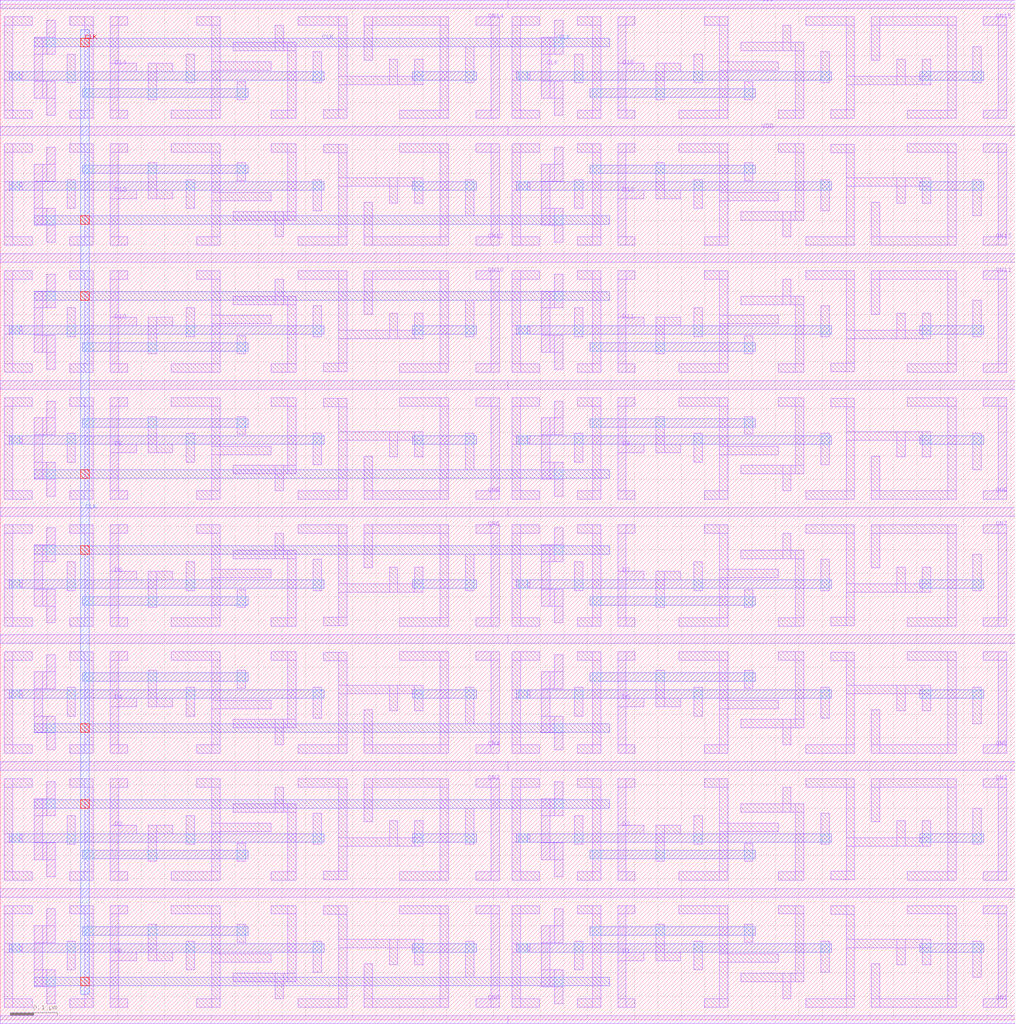
<source format=lef>
VERSION 5.8 ;
BUSBITCHARS "[]" ;
DIVIDERCHAR "/" ;
SITE asap7sc7p5t_R8
  CLASS CORE ;
  SIZE 0.054 BY 2.16 ;
  SYMMETRY Y ;
END asap7sc7p5t_R8

MACRO DFFHQNV8H2Xx1_ASAP7_75t_SL
  CLASS CORE ;
  ORIGIN 0.0 0.0 ;
  FOREIGN DFFHQNV8H2Xx1_ASAP7_75t_SL 0.0 0.0 ;
  SIZE 2.16 BY 2.16 ;
  SYMMETRY X Y ;
  SITE asap7sc7p5t_R8 ;
    PIN VDD
      USE POWER ;
      DIRECTION INOUT ;
      SHAPE ABUTMENT ;
      PORT
        LAYER M1 ;
          RECT 0.0 0.261 1.08 0.279 ;
          RECT 1.08 0.261 2.16 0.279 ;
          RECT 0.0 0.801 1.08 0.819 ;
          RECT 1.08 0.801 2.16 0.819 ;
          RECT 0.0 1.341 1.08 1.359 ;
          RECT 1.08 1.341 2.16 1.359 ;
          RECT 0.0 1.881 1.08 1.899 ;
          RECT 1.08 1.881 2.16 1.899 ;
      END
    END VDD
    PIN VSS
      USE GROUND ;
      DIRECTION INOUT ;
      SHAPE ABUTMENT ;
      PORT
        LAYER M1 ;
          RECT 0.0 -0.009 1.08 0.009 ;
          RECT 1.08 -0.009 2.16 0.009 ;
          RECT 0.0 0.549 1.08 0.531 ;
          RECT 1.08 0.549 2.16 0.531 ;
          RECT 0.0 1.089 1.08 1.071 ;
          RECT 1.08 1.089 2.16 1.071 ;
          RECT 0.0 1.629 1.08 1.611 ;
          RECT 1.08 1.629 2.16 1.611 ;
          RECT 0.0 2.169 1.08 2.151 ;
          RECT 1.08 2.169 2.16 2.151 ;
      END
    END VSS
    PIN CLK
      USE CLOCK ;
      DIRECTION INPUT ;
      PORT
        LAYER M1 ;
          RECT 0.099 0.164 0.117 0.236 ;
          RECT 0.072 0.07 0.117 0.106 ;
          RECT 0.099 0.034 0.117 0.106 ;
          RECT 0.072 0.164 0.117 0.2 ;
          RECT 0.072 0.07 0.09 0.2 ;
          RECT 1.179 0.164 1.197 0.236 ;
          RECT 1.152 0.07 1.197 0.106 ;
          RECT 1.179 0.034 1.197 0.106 ;
          RECT 1.152 0.164 1.197 0.2 ;
          RECT 1.152 0.07 1.17 0.2 ;
          RECT 0.099 0.376 0.117 0.304 ;
          RECT 0.072 0.47 0.117 0.434 ;
          RECT 0.099 0.506 0.117 0.434 ;
          RECT 0.072 0.376 0.117 0.34 ;
          RECT 0.072 0.47 0.09 0.34 ;
          RECT 1.179 0.376 1.197 0.304 ;
          RECT 1.152 0.47 1.197 0.434 ;
          RECT 1.179 0.506 1.197 0.434 ;
          RECT 1.152 0.376 1.197 0.34 ;
          RECT 1.152 0.47 1.17 0.34 ;
          RECT 0.099 0.704 0.117 0.776 ;
          RECT 0.072 0.61 0.117 0.646 ;
          RECT 0.099 0.574 0.117 0.646 ;
          RECT 0.072 0.704 0.117 0.74 ;
          RECT 0.072 0.61 0.09 0.74 ;
          RECT 1.179 0.704 1.197 0.776 ;
          RECT 1.152 0.61 1.197 0.646 ;
          RECT 1.179 0.574 1.197 0.646 ;
          RECT 1.152 0.704 1.197 0.74 ;
          RECT 1.152 0.61 1.17 0.74 ;
          RECT 0.099 0.916 0.117 0.844 ;
          RECT 0.072 1.01 0.117 0.974 ;
          RECT 0.099 1.046 0.117 0.974 ;
          RECT 0.072 0.916 0.117 0.88 ;
          RECT 0.072 1.01 0.09 0.88 ;
          RECT 1.179 0.916 1.197 0.844 ;
          RECT 1.152 1.01 1.197 0.974 ;
          RECT 1.179 1.046 1.197 0.974 ;
          RECT 1.152 0.916 1.197 0.88 ;
          RECT 1.152 1.01 1.17 0.88 ;
          RECT 0.099 1.244 0.117 1.316 ;
          RECT 0.072 1.15 0.117 1.186 ;
          RECT 0.099 1.114 0.117 1.186 ;
          RECT 0.072 1.244 0.117 1.28 ;
          RECT 0.072 1.15 0.09 1.28 ;
          RECT 1.179 1.244 1.197 1.316 ;
          RECT 1.152 1.15 1.197 1.186 ;
          RECT 1.179 1.114 1.197 1.186 ;
          RECT 1.152 1.244 1.197 1.28 ;
          RECT 1.152 1.15 1.17 1.28 ;
          RECT 0.099 1.456 0.117 1.384 ;
          RECT 0.072 1.55 0.117 1.514 ;
          RECT 0.099 1.586 0.117 1.514 ;
          RECT 0.072 1.456 0.117 1.42 ;
          RECT 0.072 1.55 0.09 1.42 ;
          RECT 1.179 1.456 1.197 1.384 ;
          RECT 1.152 1.55 1.197 1.514 ;
          RECT 1.179 1.586 1.197 1.514 ;
          RECT 1.152 1.456 1.197 1.42 ;
          RECT 1.152 1.55 1.17 1.42 ;
          RECT 0.099 1.784 0.117 1.856 ;
          RECT 0.072 1.69 0.117 1.726 ;
          RECT 0.099 1.654 0.117 1.726 ;
          RECT 0.072 1.784 0.117 1.82 ;
          RECT 0.072 1.69 0.09 1.82 ;
          RECT 1.179 1.784 1.197 1.856 ;
          RECT 1.152 1.69 1.197 1.726 ;
          RECT 1.179 1.654 1.197 1.726 ;
          RECT 1.152 1.784 1.197 1.82 ;
          RECT 1.152 1.69 1.17 1.82 ;
          RECT 0.099 1.996 0.117 1.924 ;
          RECT 0.072 2.09 0.117 2.054 ;
          RECT 0.099 2.126 0.117 2.054 ;
          RECT 0.072 1.996 0.117 1.96 ;
          RECT 0.072 2.09 0.09 1.96 ;
          RECT 1.179 1.996 1.197 1.924 ;
          RECT 1.152 2.09 1.197 2.054 ;
          RECT 1.179 2.126 1.197 2.054 ;
          RECT 1.152 1.996 1.197 1.96 ;
          RECT 1.152 2.09 1.17 1.96 ;
        LAYER M2 ;
          RECT 0.072 0.072 1.296 0.09 ;
          RECT 0.072 0.45 1.296 0.468 ;
          RECT 0.072 0.612 1.296 0.63 ;
          RECT 0.072 0.99 1.296 1.008 ;
          RECT 0.072 1.152 1.296 1.17 ;
          RECT 0.072 1.53 1.296 1.548 ;
          RECT 0.072 1.692 1.296 1.71 ;
          RECT 0.072 2.07 1.296 2.088 ;
        LAYER V1 ;
          RECT 0.099 0.072 0.117 0.09 ;
          RECT 1.179 0.072 1.197 0.09 ;
          RECT 0.099 0.45 0.117 0.468 ;
          RECT 1.179 0.45 1.197 0.468 ;
          RECT 0.099 0.612 0.117 0.63 ;
          RECT 1.179 0.612 1.197 0.63 ;
          RECT 0.099 0.99 0.117 1.008 ;
          RECT 1.179 0.99 1.197 1.008 ;
          RECT 0.099 1.152 0.117 1.17 ;
          RECT 1.179 1.152 1.197 1.17 ;
          RECT 0.099 1.53 0.117 1.548 ;
          RECT 1.179 1.53 1.197 1.548 ;
          RECT 0.099 1.692 0.117 1.71 ;
          RECT 1.179 1.692 1.197 1.71 ;
          RECT 0.099 2.07 0.117 2.088 ;
          RECT 1.179 2.07 1.197 2.088 ;
        LAYER M3 ;
          RECT 0.171 0.054 0.189 2.106 ;
        LAYER V2 ;
          RECT 0.171 0.072 0.189 0.09 ;
          RECT 0.171 0.45 0.189 0.468 ;
          RECT 0.171 0.612 0.189 0.63 ;
          RECT 0.171 0.99 0.189 1.008 ;
          RECT 0.171 1.152 0.189 1.17 ;
          RECT 0.171 1.53 0.189 1.548 ;
          RECT 0.171 1.692 0.189 1.71 ;
          RECT 0.171 2.07 0.189 2.088 ;
      END
    END CLK
    PIN D0
      USE SIGNAL ;
      DIRECTION INPUT ;
      PORT
        LAYER M1 ;
          RECT 0.234 0.126 0.29 0.144 ;
          RECT 0.234 0.225 0.271 0.243 ;
          RECT 0.234 0.027 0.271 0.045 ;
          RECT 0.234 0.027 0.252 0.243 ;
      END
    END D0
    PIN QN0
      USE SIGNAL ;
      DIRECTION OUTPUT ;
      PORT
        LAYER M1 ;
          RECT 1.012 0.225 1.062 0.243 ;
          RECT 1.044 0.027 1.062 0.243 ;
          RECT 1.012 0.027 1.062 0.045 ;
      END
    END QN0
    PIN D1
      USE SIGNAL ;
      DIRECTION INPUT ;
      PORT
        LAYER M1 ;
          RECT 1.314 0.126 1.37 0.144 ;
          RECT 1.314 0.225 1.351 0.243 ;
          RECT 1.314 0.027 1.351 0.045 ;
          RECT 1.314 0.027 1.332 0.243 ;
      END
    END D1
    PIN QN1
      USE SIGNAL ;
      DIRECTION OUTPUT ;
      PORT
        LAYER M1 ;
          RECT 2.092 0.225 2.142 0.243 ;
          RECT 2.124 0.027 2.142 0.243 ;
          RECT 2.092 0.027 2.142 0.045 ;
      END
    END QN1
    PIN D2
      USE SIGNAL ;
      DIRECTION INPUT ;
      PORT
        LAYER M1 ;
          RECT 0.234 0.414 0.29 0.396 ;
          RECT 0.234 0.315 0.271 0.297 ;
          RECT 0.234 0.513 0.271 0.495 ;
          RECT 0.234 0.513 0.252 0.297 ;
      END
    END D2
    PIN QN2
      USE SIGNAL ;
      DIRECTION OUTPUT ;
      PORT
        LAYER M1 ;
          RECT 1.012 0.315 1.062 0.297 ;
          RECT 1.044 0.513 1.062 0.297 ;
          RECT 1.012 0.513 1.062 0.495 ;
      END
    END QN2
    PIN D3
      USE SIGNAL ;
      DIRECTION INPUT ;
      PORT
        LAYER M1 ;
          RECT 1.314 0.414 1.37 0.396 ;
          RECT 1.314 0.315 1.351 0.297 ;
          RECT 1.314 0.513 1.351 0.495 ;
          RECT 1.314 0.513 1.332 0.297 ;
      END
    END D3
    PIN QN3
      USE SIGNAL ;
      DIRECTION OUTPUT ;
      PORT
        LAYER M1 ;
          RECT 2.092 0.315 2.142 0.297 ;
          RECT 2.124 0.513 2.142 0.297 ;
          RECT 2.092 0.513 2.142 0.495 ;
      END
    END QN3
    PIN D4
      USE SIGNAL ;
      DIRECTION INPUT ;
      PORT
        LAYER M1 ;
          RECT 0.234 0.666 0.29 0.684 ;
          RECT 0.234 0.765 0.271 0.783 ;
          RECT 0.234 0.567 0.271 0.585 ;
          RECT 0.234 0.567 0.252 0.783 ;
      END
    END D4
    PIN QN4
      USE SIGNAL ;
      DIRECTION OUTPUT ;
      PORT
        LAYER M1 ;
          RECT 1.012 0.765 1.062 0.783 ;
          RECT 1.044 0.567 1.062 0.783 ;
          RECT 1.012 0.567 1.062 0.585 ;
      END
    END QN4
    PIN D5
      USE SIGNAL ;
      DIRECTION INPUT ;
      PORT
        LAYER M1 ;
          RECT 1.314 0.666 1.37 0.684 ;
          RECT 1.314 0.765 1.351 0.783 ;
          RECT 1.314 0.567 1.351 0.585 ;
          RECT 1.314 0.567 1.332 0.783 ;
      END
    END D5
    PIN QN5
      USE SIGNAL ;
      DIRECTION OUTPUT ;
      PORT
        LAYER M1 ;
          RECT 2.092 0.765 2.142 0.783 ;
          RECT 2.124 0.567 2.142 0.783 ;
          RECT 2.092 0.567 2.142 0.585 ;
      END
    END QN5
    PIN D6
      USE SIGNAL ;
      DIRECTION INPUT ;
      PORT
        LAYER M1 ;
          RECT 0.234 0.954 0.29 0.936 ;
          RECT 0.234 0.855 0.271 0.837 ;
          RECT 0.234 1.053 0.271 1.035 ;
          RECT 0.234 1.053 0.252 0.837 ;
      END
    END D6
    PIN QN6
      USE SIGNAL ;
      DIRECTION OUTPUT ;
      PORT
        LAYER M1 ;
          RECT 1.012 0.855 1.062 0.837 ;
          RECT 1.044 1.053 1.062 0.837 ;
          RECT 1.012 1.053 1.062 1.035 ;
      END
    END QN6
    PIN D7
      USE SIGNAL ;
      DIRECTION INPUT ;
      PORT
        LAYER M1 ;
          RECT 1.314 0.954 1.37 0.936 ;
          RECT 1.314 0.855 1.351 0.837 ;
          RECT 1.314 1.053 1.351 1.035 ;
          RECT 1.314 1.053 1.332 0.837 ;
      END
    END D7
    PIN QN7
      USE SIGNAL ;
      DIRECTION OUTPUT ;
      PORT
        LAYER M1 ;
          RECT 2.092 0.855 2.142 0.837 ;
          RECT 2.124 1.053 2.142 0.837 ;
          RECT 2.092 1.053 2.142 1.035 ;
      END
    END QN7
    PIN D8
      USE SIGNAL ;
      DIRECTION INPUT ;
      PORT
        LAYER M1 ;
          RECT 0.234 1.206 0.29 1.224 ;
          RECT 0.234 1.305 0.271 1.323 ;
          RECT 0.234 1.107 0.271 1.125 ;
          RECT 0.234 1.107 0.252 1.323 ;
      END
    END D8
    PIN QN8
      USE SIGNAL ;
      DIRECTION OUTPUT ;
      PORT
        LAYER M1 ;
          RECT 1.012 1.305 1.062 1.323 ;
          RECT 1.044 1.107 1.062 1.323 ;
          RECT 1.012 1.107 1.062 1.125 ;
      END
    END QN8
    PIN D9
      USE SIGNAL ;
      DIRECTION INPUT ;
      PORT
        LAYER M1 ;
          RECT 1.314 1.206 1.37 1.224 ;
          RECT 1.314 1.305 1.351 1.323 ;
          RECT 1.314 1.107 1.351 1.125 ;
          RECT 1.314 1.107 1.332 1.323 ;
      END
    END D9
    PIN QN9
      USE SIGNAL ;
      DIRECTION OUTPUT ;
      PORT
        LAYER M1 ;
          RECT 2.092 1.305 2.142 1.323 ;
          RECT 2.124 1.107 2.142 1.323 ;
          RECT 2.092 1.107 2.142 1.125 ;
      END
    END QN9
    PIN D10
      USE SIGNAL ;
      DIRECTION INPUT ;
      PORT
        LAYER M1 ;
          RECT 0.234 1.494 0.29 1.476 ;
          RECT 0.234 1.395 0.271 1.377 ;
          RECT 0.234 1.593 0.271 1.575 ;
          RECT 0.234 1.593 0.252 1.377 ;
      END
    END D10
    PIN QN10
      USE SIGNAL ;
      DIRECTION OUTPUT ;
      PORT
        LAYER M1 ;
          RECT 1.012 1.395 1.062 1.377 ;
          RECT 1.044 1.593 1.062 1.377 ;
          RECT 1.012 1.593 1.062 1.575 ;
      END
    END QN10
    PIN D11
      USE SIGNAL ;
      DIRECTION INPUT ;
      PORT
        LAYER M1 ;
          RECT 1.314 1.494 1.37 1.476 ;
          RECT 1.314 1.395 1.351 1.377 ;
          RECT 1.314 1.593 1.351 1.575 ;
          RECT 1.314 1.593 1.332 1.377 ;
      END
    END D11
    PIN QN11
      USE SIGNAL ;
      DIRECTION OUTPUT ;
      PORT
        LAYER M1 ;
          RECT 2.092 1.395 2.142 1.377 ;
          RECT 2.124 1.593 2.142 1.377 ;
          RECT 2.092 1.593 2.142 1.575 ;
      END
    END QN11
    PIN D12
      USE SIGNAL ;
      DIRECTION INPUT ;
      PORT
        LAYER M1 ;
          RECT 0.234 1.746 0.29 1.764 ;
          RECT 0.234 1.845 0.271 1.863 ;
          RECT 0.234 1.647 0.271 1.665 ;
          RECT 0.234 1.647 0.252 1.863 ;
      END
    END D12
    PIN QN12
      USE SIGNAL ;
      DIRECTION OUTPUT ;
      PORT
        LAYER M1 ;
          RECT 1.012 1.845 1.062 1.863 ;
          RECT 1.044 1.647 1.062 1.863 ;
          RECT 1.012 1.647 1.062 1.665 ;
      END
    END QN12
    PIN D13
      USE SIGNAL ;
      DIRECTION INPUT ;
      PORT
        LAYER M1 ;
          RECT 1.314 1.746 1.37 1.764 ;
          RECT 1.314 1.845 1.351 1.863 ;
          RECT 1.314 1.647 1.351 1.665 ;
          RECT 1.314 1.647 1.332 1.863 ;
      END
    END D13
    PIN QN13
      USE SIGNAL ;
      DIRECTION OUTPUT ;
      PORT
        LAYER M1 ;
          RECT 2.092 1.845 2.142 1.863 ;
          RECT 2.124 1.647 2.142 1.863 ;
          RECT 2.092 1.647 2.142 1.665 ;
      END
    END QN13
    PIN D14
      USE SIGNAL ;
      DIRECTION INPUT ;
      PORT
        LAYER M1 ;
          RECT 0.234 2.034 0.29 2.016 ;
          RECT 0.234 1.935 0.271 1.917 ;
          RECT 0.234 2.133 0.271 2.115 ;
          RECT 0.234 2.133 0.252 1.917 ;
      END
    END D14
    PIN QN14
      USE SIGNAL ;
      DIRECTION OUTPUT ;
      PORT
        LAYER M1 ;
          RECT 1.012 1.935 1.062 1.917 ;
          RECT 1.044 2.133 1.062 1.917 ;
          RECT 1.012 2.133 1.062 2.115 ;
      END
    END QN14
    PIN D15
      USE SIGNAL ;
      DIRECTION INPUT ;
      PORT
        LAYER M1 ;
          RECT 1.314 2.034 1.37 2.016 ;
          RECT 1.314 1.935 1.351 1.917 ;
          RECT 1.314 2.133 1.351 2.115 ;
          RECT 1.314 2.133 1.332 1.917 ;
      END
    END D15
    PIN QN15
      USE SIGNAL ;
      DIRECTION OUTPUT ;
      PORT
        LAYER M1 ;
          RECT 2.092 1.935 2.142 1.917 ;
          RECT 2.124 2.133 2.142 1.917 ;
          RECT 2.092 2.133 2.142 2.115 ;
      END
    END QN15
    OBS
      LAYER M1 ;
        RECT 0.85 0.225 0.954 0.243 ;
        RECT 0.936 0.027 0.954 0.243 ;
        RECT 0.774 0.027 0.792 0.119 ;
        RECT 0.774 0.027 0.954 0.045 ;
        RECT 0.688 0.224 0.738 0.242 ;
        RECT 0.72 0.027 0.738 0.242 ;
        RECT 0.72 0.153 0.9 0.171 ;
        RECT 0.882 0.117 0.9 0.171 ;
        RECT 0.828 0.117 0.846 0.171 ;
        RECT 0.634 0.027 0.738 0.045 ;
        RECT 0.576 0.225 0.63 0.243 ;
        RECT 0.612 0.081 0.63 0.243 ;
        RECT 0.496 0.081 0.63 0.099 ;
        RECT 0.585 0.045 0.603 0.099 ;
        RECT 0.364 0.225 0.468 0.243 ;
        RECT 0.45 0.027 0.468 0.243 ;
        RECT 0.45 0.122 0.576 0.14 ;
        RECT 0.418 0.027 0.468 0.045 ;
        RECT 0.315 0.126 0.333 0.203 ;
        RECT 0.315 0.126 0.367 0.144 ;
        RECT 0.148 0.225 0.198 0.243 ;
        RECT 0.18 0.027 0.198 0.243 ;
        RECT 0.148 0.027 0.198 0.045 ;
        RECT 0.009 0.225 0.068 0.243 ;
        RECT 0.009 0.027 0.027 0.243 ;
        RECT 0.009 0.144 0.047 0.162 ;
        RECT 0.009 0.027 0.068 0.045 ;
        RECT 0.99 0.09 1.008 0.167 ;
        RECT 0.666 0.101 0.684 0.167 ;
        RECT 0.504 0.165 0.522 0.203 ;
        RECT 0.396 0.106 0.414 0.167 ;
        RECT 0.142 0.106 0.16 0.167 ;
        RECT 1.93 0.225 2.034 0.243 ;
        RECT 2.016 0.027 2.034 0.243 ;
        RECT 1.854 0.027 1.872 0.119 ;
        RECT 1.854 0.027 2.034 0.045 ;
        RECT 1.768 0.224 1.818 0.242 ;
        RECT 1.8 0.027 1.818 0.242 ;
        RECT 1.8 0.153 1.98 0.171 ;
        RECT 1.962 0.117 1.98 0.171 ;
        RECT 1.908 0.117 1.926 0.171 ;
        RECT 1.714 0.027 1.818 0.045 ;
        RECT 1.656 0.225 1.71 0.243 ;
        RECT 1.692 0.081 1.71 0.243 ;
        RECT 1.576 0.081 1.71 0.099 ;
        RECT 1.665 0.045 1.683 0.099 ;
        RECT 1.444 0.225 1.548 0.243 ;
        RECT 1.53 0.027 1.548 0.243 ;
        RECT 1.53 0.122 1.656 0.14 ;
        RECT 1.498 0.027 1.548 0.045 ;
        RECT 1.395 0.126 1.413 0.203 ;
        RECT 1.395 0.126 1.447 0.144 ;
        RECT 1.228 0.225 1.278 0.243 ;
        RECT 1.26 0.027 1.278 0.243 ;
        RECT 1.228 0.027 1.278 0.045 ;
        RECT 1.089 0.225 1.148 0.243 ;
        RECT 1.089 0.027 1.107 0.243 ;
        RECT 1.089 0.144 1.127 0.162 ;
        RECT 1.089 0.027 1.148 0.045 ;
        RECT 2.07 0.09 2.088 0.167 ;
        RECT 1.746 0.101 1.764 0.167 ;
        RECT 1.584 0.165 1.602 0.203 ;
        RECT 1.476 0.106 1.494 0.167 ;
        RECT 1.222 0.106 1.24 0.167 ;
        RECT 0.85 0.315 0.954 0.297 ;
        RECT 0.936 0.513 0.954 0.297 ;
        RECT 0.774 0.513 0.792 0.421 ;
        RECT 0.774 0.513 0.954 0.495 ;
        RECT 0.688 0.316 0.738 0.298 ;
        RECT 0.72 0.513 0.738 0.298 ;
        RECT 0.72 0.387 0.9 0.369 ;
        RECT 0.882 0.423 0.9 0.369 ;
        RECT 0.828 0.423 0.846 0.369 ;
        RECT 0.634 0.513 0.738 0.495 ;
        RECT 0.576 0.315 0.63 0.297 ;
        RECT 0.612 0.459 0.63 0.297 ;
        RECT 0.496 0.459 0.63 0.441 ;
        RECT 0.585 0.495 0.603 0.441 ;
        RECT 0.364 0.315 0.468 0.297 ;
        RECT 0.45 0.513 0.468 0.297 ;
        RECT 0.45 0.418 0.576 0.4 ;
        RECT 0.418 0.513 0.468 0.495 ;
        RECT 0.315 0.414 0.333 0.337 ;
        RECT 0.315 0.414 0.367 0.396 ;
        RECT 0.148 0.315 0.198 0.297 ;
        RECT 0.18 0.513 0.198 0.297 ;
        RECT 0.148 0.513 0.198 0.495 ;
        RECT 0.009 0.315 0.068 0.297 ;
        RECT 0.009 0.513 0.027 0.297 ;
        RECT 0.009 0.396 0.047 0.378 ;
        RECT 0.009 0.513 0.068 0.495 ;
        RECT 0.99 0.45 1.008 0.373 ;
        RECT 0.666 0.439 0.684 0.373 ;
        RECT 0.504 0.375 0.522 0.337 ;
        RECT 0.396 0.434 0.414 0.373 ;
        RECT 0.142 0.434 0.16 0.373 ;
        RECT 1.93 0.315 2.034 0.297 ;
        RECT 2.016 0.513 2.034 0.297 ;
        RECT 1.854 0.513 1.872 0.421 ;
        RECT 1.854 0.513 2.034 0.495 ;
        RECT 1.768 0.316 1.818 0.298 ;
        RECT 1.8 0.513 1.818 0.298 ;
        RECT 1.8 0.387 1.98 0.369 ;
        RECT 1.962 0.423 1.98 0.369 ;
        RECT 1.908 0.423 1.926 0.369 ;
        RECT 1.714 0.513 1.818 0.495 ;
        RECT 1.656 0.315 1.71 0.297 ;
        RECT 1.692 0.459 1.71 0.297 ;
        RECT 1.576 0.459 1.71 0.441 ;
        RECT 1.665 0.495 1.683 0.441 ;
        RECT 1.444 0.315 1.548 0.297 ;
        RECT 1.53 0.513 1.548 0.297 ;
        RECT 1.53 0.418 1.656 0.4 ;
        RECT 1.498 0.513 1.548 0.495 ;
        RECT 1.395 0.414 1.413 0.337 ;
        RECT 1.395 0.414 1.447 0.396 ;
        RECT 1.228 0.315 1.278 0.297 ;
        RECT 1.26 0.513 1.278 0.297 ;
        RECT 1.228 0.513 1.278 0.495 ;
        RECT 1.089 0.315 1.148 0.297 ;
        RECT 1.089 0.513 1.107 0.297 ;
        RECT 1.089 0.396 1.127 0.378 ;
        RECT 1.089 0.513 1.148 0.495 ;
        RECT 2.07 0.45 2.088 0.373 ;
        RECT 1.746 0.439 1.764 0.373 ;
        RECT 1.584 0.375 1.602 0.337 ;
        RECT 1.476 0.434 1.494 0.373 ;
        RECT 1.222 0.434 1.24 0.373 ;
        RECT 0.85 0.765 0.954 0.783 ;
        RECT 0.936 0.567 0.954 0.783 ;
        RECT 0.774 0.567 0.792 0.659 ;
        RECT 0.774 0.567 0.954 0.585 ;
        RECT 0.688 0.764 0.738 0.782 ;
        RECT 0.72 0.567 0.738 0.782 ;
        RECT 0.72 0.693 0.9 0.711 ;
        RECT 0.882 0.657 0.9 0.711 ;
        RECT 0.828 0.657 0.846 0.711 ;
        RECT 0.634 0.567 0.738 0.585 ;
        RECT 0.576 0.765 0.63 0.783 ;
        RECT 0.612 0.621 0.63 0.783 ;
        RECT 0.496 0.621 0.63 0.639 ;
        RECT 0.585 0.585 0.603 0.639 ;
        RECT 0.364 0.765 0.468 0.783 ;
        RECT 0.45 0.567 0.468 0.783 ;
        RECT 0.45 0.662 0.576 0.68 ;
        RECT 0.418 0.567 0.468 0.585 ;
        RECT 0.315 0.666 0.333 0.743 ;
        RECT 0.315 0.666 0.367 0.684 ;
        RECT 0.148 0.765 0.198 0.783 ;
        RECT 0.18 0.567 0.198 0.783 ;
        RECT 0.148 0.567 0.198 0.585 ;
        RECT 0.009 0.765 0.068 0.783 ;
        RECT 0.009 0.567 0.027 0.783 ;
        RECT 0.009 0.684 0.047 0.702 ;
        RECT 0.009 0.567 0.068 0.585 ;
        RECT 0.99 0.63 1.008 0.707 ;
        RECT 0.666 0.641 0.684 0.707 ;
        RECT 0.504 0.705 0.522 0.743 ;
        RECT 0.396 0.646 0.414 0.707 ;
        RECT 0.142 0.646 0.16 0.707 ;
        RECT 1.93 0.765 2.034 0.783 ;
        RECT 2.016 0.567 2.034 0.783 ;
        RECT 1.854 0.567 1.872 0.659 ;
        RECT 1.854 0.567 2.034 0.585 ;
        RECT 1.768 0.764 1.818 0.782 ;
        RECT 1.8 0.567 1.818 0.782 ;
        RECT 1.8 0.693 1.98 0.711 ;
        RECT 1.962 0.657 1.98 0.711 ;
        RECT 1.908 0.657 1.926 0.711 ;
        RECT 1.714 0.567 1.818 0.585 ;
        RECT 1.656 0.765 1.71 0.783 ;
        RECT 1.692 0.621 1.71 0.783 ;
        RECT 1.576 0.621 1.71 0.639 ;
        RECT 1.665 0.585 1.683 0.639 ;
        RECT 1.444 0.765 1.548 0.783 ;
        RECT 1.53 0.567 1.548 0.783 ;
        RECT 1.53 0.662 1.656 0.68 ;
        RECT 1.498 0.567 1.548 0.585 ;
        RECT 1.395 0.666 1.413 0.743 ;
        RECT 1.395 0.666 1.447 0.684 ;
        RECT 1.228 0.765 1.278 0.783 ;
        RECT 1.26 0.567 1.278 0.783 ;
        RECT 1.228 0.567 1.278 0.585 ;
        RECT 1.089 0.765 1.148 0.783 ;
        RECT 1.089 0.567 1.107 0.783 ;
        RECT 1.089 0.684 1.127 0.702 ;
        RECT 1.089 0.567 1.148 0.585 ;
        RECT 2.07 0.63 2.088 0.707 ;
        RECT 1.746 0.641 1.764 0.707 ;
        RECT 1.584 0.705 1.602 0.743 ;
        RECT 1.476 0.646 1.494 0.707 ;
        RECT 1.222 0.646 1.24 0.707 ;
        RECT 0.85 0.855 0.954 0.837 ;
        RECT 0.936 1.053 0.954 0.837 ;
        RECT 0.774 1.053 0.792 0.961 ;
        RECT 0.774 1.053 0.954 1.035 ;
        RECT 0.688 0.856 0.738 0.838 ;
        RECT 0.72 1.053 0.738 0.838 ;
        RECT 0.72 0.927 0.9 0.909 ;
        RECT 0.882 0.963 0.9 0.909 ;
        RECT 0.828 0.963 0.846 0.909 ;
        RECT 0.634 1.053 0.738 1.035 ;
        RECT 0.576 0.855 0.63 0.837 ;
        RECT 0.612 0.999 0.63 0.837 ;
        RECT 0.496 0.999 0.63 0.981 ;
        RECT 0.585 1.035 0.603 0.981 ;
        RECT 0.364 0.855 0.468 0.837 ;
        RECT 0.45 1.053 0.468 0.837 ;
        RECT 0.45 0.958 0.576 0.94 ;
        RECT 0.418 1.053 0.468 1.035 ;
        RECT 0.315 0.954 0.333 0.877 ;
        RECT 0.315 0.954 0.367 0.936 ;
        RECT 0.148 0.855 0.198 0.837 ;
        RECT 0.18 1.053 0.198 0.837 ;
        RECT 0.148 1.053 0.198 1.035 ;
        RECT 0.009 0.855 0.068 0.837 ;
        RECT 0.009 1.053 0.027 0.837 ;
        RECT 0.009 0.936 0.047 0.918 ;
        RECT 0.009 1.053 0.068 1.035 ;
        RECT 0.99 0.99 1.008 0.913 ;
        RECT 0.666 0.979 0.684 0.913 ;
        RECT 0.504 0.915 0.522 0.877 ;
        RECT 0.396 0.974 0.414 0.913 ;
        RECT 0.142 0.974 0.16 0.913 ;
        RECT 1.93 0.855 2.034 0.837 ;
        RECT 2.016 1.053 2.034 0.837 ;
        RECT 1.854 1.053 1.872 0.961 ;
        RECT 1.854 1.053 2.034 1.035 ;
        RECT 1.768 0.856 1.818 0.838 ;
        RECT 1.8 1.053 1.818 0.838 ;
        RECT 1.8 0.927 1.98 0.909 ;
        RECT 1.962 0.963 1.98 0.909 ;
        RECT 1.908 0.963 1.926 0.909 ;
        RECT 1.714 1.053 1.818 1.035 ;
        RECT 1.656 0.855 1.71 0.837 ;
        RECT 1.692 0.999 1.71 0.837 ;
        RECT 1.576 0.999 1.71 0.981 ;
        RECT 1.665 1.035 1.683 0.981 ;
        RECT 1.444 0.855 1.548 0.837 ;
        RECT 1.53 1.053 1.548 0.837 ;
        RECT 1.53 0.958 1.656 0.94 ;
        RECT 1.498 1.053 1.548 1.035 ;
        RECT 1.395 0.954 1.413 0.877 ;
        RECT 1.395 0.954 1.447 0.936 ;
        RECT 1.228 0.855 1.278 0.837 ;
        RECT 1.26 1.053 1.278 0.837 ;
        RECT 1.228 1.053 1.278 1.035 ;
        RECT 1.089 0.855 1.148 0.837 ;
        RECT 1.089 1.053 1.107 0.837 ;
        RECT 1.089 0.936 1.127 0.918 ;
        RECT 1.089 1.053 1.148 1.035 ;
        RECT 2.07 0.99 2.088 0.913 ;
        RECT 1.746 0.979 1.764 0.913 ;
        RECT 1.584 0.915 1.602 0.877 ;
        RECT 1.476 0.974 1.494 0.913 ;
        RECT 1.222 0.974 1.24 0.913 ;
        RECT 0.85 1.305 0.954 1.323 ;
        RECT 0.936 1.107 0.954 1.323 ;
        RECT 0.774 1.107 0.792 1.199 ;
        RECT 0.774 1.107 0.954 1.125 ;
        RECT 0.688 1.304 0.738 1.322 ;
        RECT 0.72 1.107 0.738 1.322 ;
        RECT 0.72 1.233 0.9 1.251 ;
        RECT 0.882 1.197 0.9 1.251 ;
        RECT 0.828 1.197 0.846 1.251 ;
        RECT 0.634 1.107 0.738 1.125 ;
        RECT 0.576 1.305 0.63 1.323 ;
        RECT 0.612 1.161 0.63 1.323 ;
        RECT 0.496 1.161 0.63 1.179 ;
        RECT 0.585 1.125 0.603 1.179 ;
        RECT 0.364 1.305 0.468 1.323 ;
        RECT 0.45 1.107 0.468 1.323 ;
        RECT 0.45 1.202 0.576 1.22 ;
        RECT 0.418 1.107 0.468 1.125 ;
        RECT 0.315 1.206 0.333 1.283 ;
        RECT 0.315 1.206 0.367 1.224 ;
        RECT 0.148 1.305 0.198 1.323 ;
        RECT 0.18 1.107 0.198 1.323 ;
        RECT 0.148 1.107 0.198 1.125 ;
        RECT 0.009 1.305 0.068 1.323 ;
        RECT 0.009 1.107 0.027 1.323 ;
        RECT 0.009 1.224 0.047 1.242 ;
        RECT 0.009 1.107 0.068 1.125 ;
        RECT 0.99 1.17 1.008 1.247 ;
        RECT 0.666 1.181 0.684 1.247 ;
        RECT 0.504 1.245 0.522 1.283 ;
        RECT 0.396 1.186 0.414 1.247 ;
        RECT 0.142 1.186 0.16 1.247 ;
        RECT 1.93 1.305 2.034 1.323 ;
        RECT 2.016 1.107 2.034 1.323 ;
        RECT 1.854 1.107 1.872 1.199 ;
        RECT 1.854 1.107 2.034 1.125 ;
        RECT 1.768 1.304 1.818 1.322 ;
        RECT 1.8 1.107 1.818 1.322 ;
        RECT 1.8 1.233 1.98 1.251 ;
        RECT 1.962 1.197 1.98 1.251 ;
        RECT 1.908 1.197 1.926 1.251 ;
        RECT 1.714 1.107 1.818 1.125 ;
        RECT 1.656 1.305 1.71 1.323 ;
        RECT 1.692 1.161 1.71 1.323 ;
        RECT 1.576 1.161 1.71 1.179 ;
        RECT 1.665 1.125 1.683 1.179 ;
        RECT 1.444 1.305 1.548 1.323 ;
        RECT 1.53 1.107 1.548 1.323 ;
        RECT 1.53 1.202 1.656 1.22 ;
        RECT 1.498 1.107 1.548 1.125 ;
        RECT 1.395 1.206 1.413 1.283 ;
        RECT 1.395 1.206 1.447 1.224 ;
        RECT 1.228 1.305 1.278 1.323 ;
        RECT 1.26 1.107 1.278 1.323 ;
        RECT 1.228 1.107 1.278 1.125 ;
        RECT 1.089 1.305 1.148 1.323 ;
        RECT 1.089 1.107 1.107 1.323 ;
        RECT 1.089 1.224 1.127 1.242 ;
        RECT 1.089 1.107 1.148 1.125 ;
        RECT 2.07 1.17 2.088 1.247 ;
        RECT 1.746 1.181 1.764 1.247 ;
        RECT 1.584 1.245 1.602 1.283 ;
        RECT 1.476 1.186 1.494 1.247 ;
        RECT 1.222 1.186 1.24 1.247 ;
        RECT 0.85 1.395 0.954 1.377 ;
        RECT 0.936 1.593 0.954 1.377 ;
        RECT 0.774 1.593 0.792 1.501 ;
        RECT 0.774 1.593 0.954 1.575 ;
        RECT 0.688 1.396 0.738 1.378 ;
        RECT 0.72 1.593 0.738 1.378 ;
        RECT 0.72 1.467 0.9 1.449 ;
        RECT 0.882 1.503 0.9 1.449 ;
        RECT 0.828 1.503 0.846 1.449 ;
        RECT 0.634 1.593 0.738 1.575 ;
        RECT 0.576 1.395 0.63 1.377 ;
        RECT 0.612 1.539 0.63 1.377 ;
        RECT 0.496 1.539 0.63 1.521 ;
        RECT 0.585 1.575 0.603 1.521 ;
        RECT 0.364 1.395 0.468 1.377 ;
        RECT 0.45 1.593 0.468 1.377 ;
        RECT 0.45 1.498 0.576 1.48 ;
        RECT 0.418 1.593 0.468 1.575 ;
        RECT 0.315 1.494 0.333 1.417 ;
        RECT 0.315 1.494 0.367 1.476 ;
        RECT 0.148 1.395 0.198 1.377 ;
        RECT 0.18 1.593 0.198 1.377 ;
        RECT 0.148 1.593 0.198 1.575 ;
        RECT 0.009 1.395 0.068 1.377 ;
        RECT 0.009 1.593 0.027 1.377 ;
        RECT 0.009 1.476 0.047 1.458 ;
        RECT 0.009 1.593 0.068 1.575 ;
        RECT 0.99 1.53 1.008 1.453 ;
        RECT 0.666 1.519 0.684 1.453 ;
        RECT 0.504 1.455 0.522 1.417 ;
        RECT 0.396 1.514 0.414 1.453 ;
        RECT 0.142 1.514 0.16 1.453 ;
        RECT 1.93 1.395 2.034 1.377 ;
        RECT 2.016 1.593 2.034 1.377 ;
        RECT 1.854 1.593 1.872 1.501 ;
        RECT 1.854 1.593 2.034 1.575 ;
        RECT 1.768 1.396 1.818 1.378 ;
        RECT 1.8 1.593 1.818 1.378 ;
        RECT 1.8 1.467 1.98 1.449 ;
        RECT 1.962 1.503 1.98 1.449 ;
        RECT 1.908 1.503 1.926 1.449 ;
        RECT 1.714 1.593 1.818 1.575 ;
        RECT 1.656 1.395 1.71 1.377 ;
        RECT 1.692 1.539 1.71 1.377 ;
        RECT 1.576 1.539 1.71 1.521 ;
        RECT 1.665 1.575 1.683 1.521 ;
        RECT 1.444 1.395 1.548 1.377 ;
        RECT 1.53 1.593 1.548 1.377 ;
        RECT 1.53 1.498 1.656 1.48 ;
        RECT 1.498 1.593 1.548 1.575 ;
        RECT 1.395 1.494 1.413 1.417 ;
        RECT 1.395 1.494 1.447 1.476 ;
        RECT 1.228 1.395 1.278 1.377 ;
        RECT 1.26 1.593 1.278 1.377 ;
        RECT 1.228 1.593 1.278 1.575 ;
        RECT 1.089 1.395 1.148 1.377 ;
        RECT 1.089 1.593 1.107 1.377 ;
        RECT 1.089 1.476 1.127 1.458 ;
        RECT 1.089 1.593 1.148 1.575 ;
        RECT 2.07 1.53 2.088 1.453 ;
        RECT 1.746 1.519 1.764 1.453 ;
        RECT 1.584 1.455 1.602 1.417 ;
        RECT 1.476 1.514 1.494 1.453 ;
        RECT 1.222 1.514 1.24 1.453 ;
        RECT 0.85 1.845 0.954 1.863 ;
        RECT 0.936 1.647 0.954 1.863 ;
        RECT 0.774 1.647 0.792 1.739 ;
        RECT 0.774 1.647 0.954 1.665 ;
        RECT 0.688 1.844 0.738 1.862 ;
        RECT 0.72 1.647 0.738 1.862 ;
        RECT 0.72 1.773 0.9 1.791 ;
        RECT 0.882 1.737 0.9 1.791 ;
        RECT 0.828 1.737 0.846 1.791 ;
        RECT 0.634 1.647 0.738 1.665 ;
        RECT 0.576 1.845 0.63 1.863 ;
        RECT 0.612 1.701 0.63 1.863 ;
        RECT 0.496 1.701 0.63 1.719 ;
        RECT 0.585 1.665 0.603 1.719 ;
        RECT 0.364 1.845 0.468 1.863 ;
        RECT 0.45 1.647 0.468 1.863 ;
        RECT 0.45 1.742 0.576 1.76 ;
        RECT 0.418 1.647 0.468 1.665 ;
        RECT 0.315 1.746 0.333 1.823 ;
        RECT 0.315 1.746 0.367 1.764 ;
        RECT 0.148 1.845 0.198 1.863 ;
        RECT 0.18 1.647 0.198 1.863 ;
        RECT 0.148 1.647 0.198 1.665 ;
        RECT 0.009 1.845 0.068 1.863 ;
        RECT 0.009 1.647 0.027 1.863 ;
        RECT 0.009 1.764 0.047 1.782 ;
        RECT 0.009 1.647 0.068 1.665 ;
        RECT 0.99 1.71 1.008 1.787 ;
        RECT 0.666 1.721 0.684 1.787 ;
        RECT 0.504 1.785 0.522 1.823 ;
        RECT 0.396 1.726 0.414 1.787 ;
        RECT 0.142 1.726 0.16 1.787 ;
        RECT 1.93 1.845 2.034 1.863 ;
        RECT 2.016 1.647 2.034 1.863 ;
        RECT 1.854 1.647 1.872 1.739 ;
        RECT 1.854 1.647 2.034 1.665 ;
        RECT 1.768 1.844 1.818 1.862 ;
        RECT 1.8 1.647 1.818 1.862 ;
        RECT 1.8 1.773 1.98 1.791 ;
        RECT 1.962 1.737 1.98 1.791 ;
        RECT 1.908 1.737 1.926 1.791 ;
        RECT 1.714 1.647 1.818 1.665 ;
        RECT 1.656 1.845 1.71 1.863 ;
        RECT 1.692 1.701 1.71 1.863 ;
        RECT 1.576 1.701 1.71 1.719 ;
        RECT 1.665 1.665 1.683 1.719 ;
        RECT 1.444 1.845 1.548 1.863 ;
        RECT 1.53 1.647 1.548 1.863 ;
        RECT 1.53 1.742 1.656 1.76 ;
        RECT 1.498 1.647 1.548 1.665 ;
        RECT 1.395 1.746 1.413 1.823 ;
        RECT 1.395 1.746 1.447 1.764 ;
        RECT 1.228 1.845 1.278 1.863 ;
        RECT 1.26 1.647 1.278 1.863 ;
        RECT 1.228 1.647 1.278 1.665 ;
        RECT 1.089 1.845 1.148 1.863 ;
        RECT 1.089 1.647 1.107 1.863 ;
        RECT 1.089 1.764 1.127 1.782 ;
        RECT 1.089 1.647 1.148 1.665 ;
        RECT 2.07 1.71 2.088 1.787 ;
        RECT 1.746 1.721 1.764 1.787 ;
        RECT 1.584 1.785 1.602 1.823 ;
        RECT 1.476 1.726 1.494 1.787 ;
        RECT 1.222 1.726 1.24 1.787 ;
        RECT 0.85 1.935 0.954 1.917 ;
        RECT 0.936 2.133 0.954 1.917 ;
        RECT 0.774 2.133 0.792 2.041 ;
        RECT 0.774 2.133 0.954 2.115 ;
        RECT 0.688 1.936 0.738 1.918 ;
        RECT 0.72 2.133 0.738 1.918 ;
        RECT 0.72 2.007 0.9 1.989 ;
        RECT 0.882 2.043 0.9 1.989 ;
        RECT 0.828 2.043 0.846 1.989 ;
        RECT 0.634 2.133 0.738 2.115 ;
        RECT 0.576 1.935 0.63 1.917 ;
        RECT 0.612 2.079 0.63 1.917 ;
        RECT 0.496 2.079 0.63 2.061 ;
        RECT 0.585 2.115 0.603 2.061 ;
        RECT 0.364 1.935 0.468 1.917 ;
        RECT 0.45 2.133 0.468 1.917 ;
        RECT 0.45 2.038 0.576 2.02 ;
        RECT 0.418 2.133 0.468 2.115 ;
        RECT 0.315 2.034 0.333 1.957 ;
        RECT 0.315 2.034 0.367 2.016 ;
        RECT 0.148 1.935 0.198 1.917 ;
        RECT 0.18 2.133 0.198 1.917 ;
        RECT 0.148 2.133 0.198 2.115 ;
        RECT 0.009 1.935 0.068 1.917 ;
        RECT 0.009 2.133 0.027 1.917 ;
        RECT 0.009 2.016 0.047 1.998 ;
        RECT 0.009 2.133 0.068 2.115 ;
        RECT 0.99 2.07 1.008 1.993 ;
        RECT 0.666 2.059 0.684 1.993 ;
        RECT 0.504 1.995 0.522 1.957 ;
        RECT 0.396 2.054 0.414 1.993 ;
        RECT 0.142 2.054 0.16 1.993 ;
        RECT 1.93 1.935 2.034 1.917 ;
        RECT 2.016 2.133 2.034 1.917 ;
        RECT 1.854 2.133 1.872 2.041 ;
        RECT 1.854 2.133 2.034 2.115 ;
        RECT 1.768 1.936 1.818 1.918 ;
        RECT 1.8 2.133 1.818 1.918 ;
        RECT 1.8 2.007 1.98 1.989 ;
        RECT 1.962 2.043 1.98 1.989 ;
        RECT 1.908 2.043 1.926 1.989 ;
        RECT 1.714 2.133 1.818 2.115 ;
        RECT 1.656 1.935 1.71 1.917 ;
        RECT 1.692 2.079 1.71 1.917 ;
        RECT 1.576 2.079 1.71 2.061 ;
        RECT 1.665 2.115 1.683 2.061 ;
        RECT 1.444 1.935 1.548 1.917 ;
        RECT 1.53 2.133 1.548 1.917 ;
        RECT 1.53 2.038 1.656 2.02 ;
        RECT 1.498 2.133 1.548 2.115 ;
        RECT 1.395 2.034 1.413 1.957 ;
        RECT 1.395 2.034 1.447 2.016 ;
        RECT 1.228 1.935 1.278 1.917 ;
        RECT 1.26 2.133 1.278 1.917 ;
        RECT 1.228 2.133 1.278 2.115 ;
        RECT 1.089 1.935 1.148 1.917 ;
        RECT 1.089 2.133 1.107 1.917 ;
        RECT 1.089 2.016 1.127 1.998 ;
        RECT 1.089 2.133 1.148 2.115 ;
        RECT 2.07 2.07 2.088 1.993 ;
        RECT 1.746 2.059 1.764 1.993 ;
        RECT 1.584 1.995 1.602 1.957 ;
        RECT 1.476 2.054 1.494 1.993 ;
        RECT 1.222 2.054 1.24 1.993 ;
      LAYER M2 ;
        RECT 0.877 0.144 1.013 0.162 ;
        RECT 0.019 0.144 0.689 0.162 ;
        RECT 0.175 0.18 0.527 0.198 ;
        RECT 1.957 0.144 2.093 0.162 ;
        RECT 1.099 0.144 1.769 0.162 ;
        RECT 1.255 0.18 1.607 0.198 ;
        RECT 0.877 0.396 1.013 0.378 ;
        RECT 0.019 0.396 0.689 0.378 ;
        RECT 0.175 0.36 0.527 0.342 ;
        RECT 1.957 0.396 2.093 0.378 ;
        RECT 1.099 0.396 1.769 0.378 ;
        RECT 1.255 0.36 1.607 0.342 ;
        RECT 0.877 0.684 1.013 0.702 ;
        RECT 0.019 0.684 0.689 0.702 ;
        RECT 0.175 0.72 0.527 0.738 ;
        RECT 1.957 0.684 2.093 0.702 ;
        RECT 1.099 0.684 1.769 0.702 ;
        RECT 1.255 0.72 1.607 0.738 ;
        RECT 0.877 0.936 1.013 0.918 ;
        RECT 0.019 0.936 0.689 0.918 ;
        RECT 0.175 0.9 0.527 0.882 ;
        RECT 1.957 0.936 2.093 0.918 ;
        RECT 1.099 0.936 1.769 0.918 ;
        RECT 1.255 0.9 1.607 0.882 ;
        RECT 0.877 1.224 1.013 1.242 ;
        RECT 0.019 1.224 0.689 1.242 ;
        RECT 0.175 1.26 0.527 1.278 ;
        RECT 1.957 1.224 2.093 1.242 ;
        RECT 1.099 1.224 1.769 1.242 ;
        RECT 1.255 1.26 1.607 1.278 ;
        RECT 0.877 1.476 1.013 1.458 ;
        RECT 0.019 1.476 0.689 1.458 ;
        RECT 0.175 1.44 0.527 1.422 ;
        RECT 1.957 1.476 2.093 1.458 ;
        RECT 1.099 1.476 1.769 1.458 ;
        RECT 1.255 1.44 1.607 1.422 ;
        RECT 0.877 1.764 1.013 1.782 ;
        RECT 0.019 1.764 0.689 1.782 ;
        RECT 0.175 1.8 0.527 1.818 ;
        RECT 1.957 1.764 2.093 1.782 ;
        RECT 1.099 1.764 1.769 1.782 ;
        RECT 1.255 1.8 1.607 1.818 ;
        RECT 0.877 2.016 1.013 1.998 ;
        RECT 0.019 2.016 0.689 1.998 ;
        RECT 0.175 1.98 0.527 1.962 ;
        RECT 1.957 2.016 2.093 1.998 ;
        RECT 1.099 2.016 1.769 1.998 ;
        RECT 1.255 1.98 1.607 1.962 ;
      LAYER V1 ;
        RECT 0.99 0.144 1.008 0.162 ;
        RECT 0.882 0.144 0.9 0.162 ;
        RECT 0.666 0.144 0.684 0.162 ;
        RECT 0.504 0.18 0.522 0.198 ;
        RECT 0.396 0.144 0.414 0.162 ;
        RECT 0.315 0.18 0.333 0.198 ;
        RECT 0.18 0.18 0.198 0.198 ;
        RECT 0.142 0.144 0.16 0.162 ;
        RECT 0.024 0.144 0.042 0.162 ;
        RECT 2.07 0.144 2.088 0.162 ;
        RECT 1.962 0.144 1.98 0.162 ;
        RECT 1.746 0.144 1.764 0.162 ;
        RECT 1.584 0.18 1.602 0.198 ;
        RECT 1.476 0.144 1.494 0.162 ;
        RECT 1.395 0.18 1.413 0.198 ;
        RECT 1.26 0.18 1.278 0.198 ;
        RECT 1.222 0.144 1.24 0.162 ;
        RECT 1.104 0.144 1.122 0.162 ;
        RECT 0.99 0.396 1.008 0.378 ;
        RECT 0.882 0.396 0.9 0.378 ;
        RECT 0.666 0.396 0.684 0.378 ;
        RECT 0.504 0.36 0.522 0.342 ;
        RECT 0.396 0.396 0.414 0.378 ;
        RECT 0.315 0.36 0.333 0.342 ;
        RECT 0.18 0.36 0.198 0.342 ;
        RECT 0.142 0.396 0.16 0.378 ;
        RECT 0.024 0.396 0.042 0.378 ;
        RECT 2.07 0.396 2.088 0.378 ;
        RECT 1.962 0.396 1.98 0.378 ;
        RECT 1.746 0.396 1.764 0.378 ;
        RECT 1.584 0.36 1.602 0.342 ;
        RECT 1.476 0.396 1.494 0.378 ;
        RECT 1.395 0.36 1.413 0.342 ;
        RECT 1.26 0.36 1.278 0.342 ;
        RECT 1.222 0.396 1.24 0.378 ;
        RECT 1.104 0.396 1.122 0.378 ;
        RECT 0.99 0.684 1.008 0.702 ;
        RECT 0.882 0.684 0.9 0.702 ;
        RECT 0.666 0.684 0.684 0.702 ;
        RECT 0.504 0.72 0.522 0.738 ;
        RECT 0.396 0.684 0.414 0.702 ;
        RECT 0.315 0.72 0.333 0.738 ;
        RECT 0.18 0.72 0.198 0.738 ;
        RECT 0.142 0.684 0.16 0.702 ;
        RECT 0.024 0.684 0.042 0.702 ;
        RECT 2.07 0.684 2.088 0.702 ;
        RECT 1.962 0.684 1.98 0.702 ;
        RECT 1.746 0.684 1.764 0.702 ;
        RECT 1.584 0.72 1.602 0.738 ;
        RECT 1.476 0.684 1.494 0.702 ;
        RECT 1.395 0.72 1.413 0.738 ;
        RECT 1.26 0.72 1.278 0.738 ;
        RECT 1.222 0.684 1.24 0.702 ;
        RECT 1.104 0.684 1.122 0.702 ;
        RECT 0.99 0.936 1.008 0.918 ;
        RECT 0.882 0.936 0.9 0.918 ;
        RECT 0.666 0.936 0.684 0.918 ;
        RECT 0.504 0.9 0.522 0.882 ;
        RECT 0.396 0.936 0.414 0.918 ;
        RECT 0.315 0.9 0.333 0.882 ;
        RECT 0.18 0.9 0.198 0.882 ;
        RECT 0.142 0.936 0.16 0.918 ;
        RECT 0.024 0.936 0.042 0.918 ;
        RECT 2.07 0.936 2.088 0.918 ;
        RECT 1.962 0.936 1.98 0.918 ;
        RECT 1.746 0.936 1.764 0.918 ;
        RECT 1.584 0.9 1.602 0.882 ;
        RECT 1.476 0.936 1.494 0.918 ;
        RECT 1.395 0.9 1.413 0.882 ;
        RECT 1.26 0.9 1.278 0.882 ;
        RECT 1.222 0.936 1.24 0.918 ;
        RECT 1.104 0.936 1.122 0.918 ;
        RECT 0.99 1.224 1.008 1.242 ;
        RECT 0.882 1.224 0.9 1.242 ;
        RECT 0.666 1.224 0.684 1.242 ;
        RECT 0.504 1.26 0.522 1.278 ;
        RECT 0.396 1.224 0.414 1.242 ;
        RECT 0.315 1.26 0.333 1.278 ;
        RECT 0.18 1.26 0.198 1.278 ;
        RECT 0.142 1.224 0.16 1.242 ;
        RECT 0.024 1.224 0.042 1.242 ;
        RECT 2.07 1.224 2.088 1.242 ;
        RECT 1.962 1.224 1.98 1.242 ;
        RECT 1.746 1.224 1.764 1.242 ;
        RECT 1.584 1.26 1.602 1.278 ;
        RECT 1.476 1.224 1.494 1.242 ;
        RECT 1.395 1.26 1.413 1.278 ;
        RECT 1.26 1.26 1.278 1.278 ;
        RECT 1.222 1.224 1.24 1.242 ;
        RECT 1.104 1.224 1.122 1.242 ;
        RECT 0.99 1.476 1.008 1.458 ;
        RECT 0.882 1.476 0.9 1.458 ;
        RECT 0.666 1.476 0.684 1.458 ;
        RECT 0.504 1.44 0.522 1.422 ;
        RECT 0.396 1.476 0.414 1.458 ;
        RECT 0.315 1.44 0.333 1.422 ;
        RECT 0.18 1.44 0.198 1.422 ;
        RECT 0.142 1.476 0.16 1.458 ;
        RECT 0.024 1.476 0.042 1.458 ;
        RECT 2.07 1.476 2.088 1.458 ;
        RECT 1.962 1.476 1.98 1.458 ;
        RECT 1.746 1.476 1.764 1.458 ;
        RECT 1.584 1.44 1.602 1.422 ;
        RECT 1.476 1.476 1.494 1.458 ;
        RECT 1.395 1.44 1.413 1.422 ;
        RECT 1.26 1.44 1.278 1.422 ;
        RECT 1.222 1.476 1.24 1.458 ;
        RECT 1.104 1.476 1.122 1.458 ;
        RECT 0.99 1.764 1.008 1.782 ;
        RECT 0.882 1.764 0.9 1.782 ;
        RECT 0.666 1.764 0.684 1.782 ;
        RECT 0.504 1.8 0.522 1.818 ;
        RECT 0.396 1.764 0.414 1.782 ;
        RECT 0.315 1.8 0.333 1.818 ;
        RECT 0.18 1.8 0.198 1.818 ;
        RECT 0.142 1.764 0.16 1.782 ;
        RECT 0.024 1.764 0.042 1.782 ;
        RECT 2.07 1.764 2.088 1.782 ;
        RECT 1.962 1.764 1.98 1.782 ;
        RECT 1.746 1.764 1.764 1.782 ;
        RECT 1.584 1.8 1.602 1.818 ;
        RECT 1.476 1.764 1.494 1.782 ;
        RECT 1.395 1.8 1.413 1.818 ;
        RECT 1.26 1.8 1.278 1.818 ;
        RECT 1.222 1.764 1.24 1.782 ;
        RECT 1.104 1.764 1.122 1.782 ;
        RECT 0.99 2.016 1.008 1.998 ;
        RECT 0.882 2.016 0.9 1.998 ;
        RECT 0.666 2.016 0.684 1.998 ;
        RECT 0.504 1.98 0.522 1.962 ;
        RECT 0.396 2.016 0.414 1.998 ;
        RECT 0.315 1.98 0.333 1.962 ;
        RECT 0.18 1.98 0.198 1.962 ;
        RECT 0.142 2.016 0.16 1.998 ;
        RECT 0.024 2.016 0.042 1.998 ;
        RECT 2.07 2.016 2.088 1.998 ;
        RECT 1.962 2.016 1.98 1.998 ;
        RECT 1.746 2.016 1.764 1.998 ;
        RECT 1.584 1.98 1.602 1.962 ;
        RECT 1.476 2.016 1.494 1.998 ;
        RECT 1.395 1.98 1.413 1.962 ;
        RECT 1.26 1.98 1.278 1.962 ;
        RECT 1.222 2.016 1.24 1.998 ;
        RECT 1.104 2.016 1.122 1.998 ;
    END
END DFFHQNV8H2Xx1_ASAP7_75t_SL

END LIBRARY

</source>
